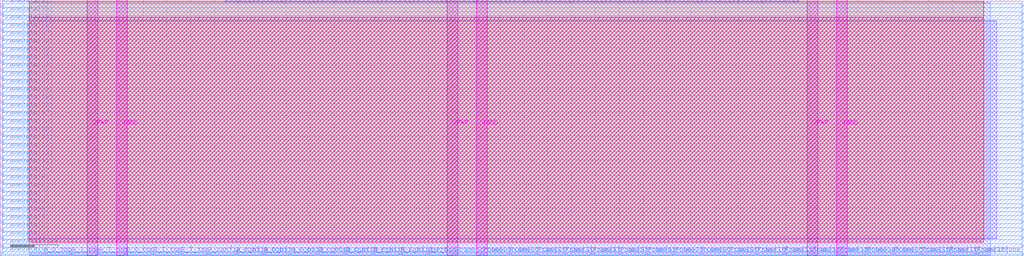
<source format=lef>
VERSION 5.7 ;
  NOWIREEXTENSIONATPIN ON ;
  DIVIDERCHAR "/" ;
  BUSBITCHARS "[]" ;
MACRO S_IO
  CLASS BLOCK ;
  FOREIGN S_IO ;
  ORIGIN 0.000 0.000 ;
  SIZE 215.040 BY 53.760 ;
  PIN A_I_top
    DIRECTION OUTPUT ;
    USE SIGNAL ;
    ANTENNADIFFAREA 0.677200 ;
    PORT
      LAYER Metal2 ;
        RECT 14.680 0.000 15.080 0.400 ;
    END
  END A_I_top
  PIN A_O_top
    DIRECTION INPUT ;
    USE SIGNAL ;
    ANTENNAGATEAREA 1.614600 ;
    PORT
      LAYER Metal2 ;
        RECT 8.920 0.000 9.320 0.400 ;
    END
  END A_O_top
  PIN A_T_top
    DIRECTION OUTPUT ;
    USE SIGNAL ;
    ANTENNADIFFAREA 0.677200 ;
    PORT
      LAYER Metal2 ;
        RECT 20.440 0.000 20.840 0.400 ;
    END
  END A_T_top
  PIN A_config_C_bit0
    DIRECTION OUTPUT ;
    USE SIGNAL ;
    ANTENNADIFFAREA 0.632400 ;
    PORT
      LAYER Metal2 ;
        RECT 43.480 0.000 43.880 0.400 ;
    END
  END A_config_C_bit0
  PIN A_config_C_bit1
    DIRECTION OUTPUT ;
    USE SIGNAL ;
    ANTENNADIFFAREA 0.632400 ;
    PORT
      LAYER Metal2 ;
        RECT 49.240 0.000 49.640 0.400 ;
    END
  END A_config_C_bit1
  PIN A_config_C_bit2
    DIRECTION OUTPUT ;
    USE SIGNAL ;
    ANTENNADIFFAREA 0.632400 ;
    PORT
      LAYER Metal2 ;
        RECT 55.000 0.000 55.400 0.400 ;
    END
  END A_config_C_bit2
  PIN A_config_C_bit3
    DIRECTION OUTPUT ;
    USE SIGNAL ;
    ANTENNADIFFAREA 0.632400 ;
    PORT
      LAYER Metal2 ;
        RECT 60.760 0.000 61.160 0.400 ;
    END
  END A_config_C_bit3
  PIN B_I_top
    DIRECTION OUTPUT ;
    USE SIGNAL ;
    ANTENNADIFFAREA 0.677200 ;
    PORT
      LAYER Metal2 ;
        RECT 31.960 0.000 32.360 0.400 ;
    END
  END B_I_top
  PIN B_O_top
    DIRECTION INPUT ;
    USE SIGNAL ;
    ANTENNAGATEAREA 1.614600 ;
    PORT
      LAYER Metal2 ;
        RECT 26.200 0.000 26.600 0.400 ;
    END
  END B_O_top
  PIN B_T_top
    DIRECTION OUTPUT ;
    USE SIGNAL ;
    ANTENNADIFFAREA 0.677200 ;
    PORT
      LAYER Metal2 ;
        RECT 37.720 0.000 38.120 0.400 ;
    END
  END B_T_top
  PIN B_config_C_bit0
    DIRECTION OUTPUT ;
    USE SIGNAL ;
    ANTENNADIFFAREA 0.632400 ;
    PORT
      LAYER Metal2 ;
        RECT 66.520 0.000 66.920 0.400 ;
    END
  END B_config_C_bit0
  PIN B_config_C_bit1
    DIRECTION OUTPUT ;
    USE SIGNAL ;
    ANTENNADIFFAREA 0.632400 ;
    PORT
      LAYER Metal2 ;
        RECT 72.280 0.000 72.680 0.400 ;
    END
  END B_config_C_bit1
  PIN B_config_C_bit2
    DIRECTION OUTPUT ;
    USE SIGNAL ;
    ANTENNADIFFAREA 0.632400 ;
    PORT
      LAYER Metal2 ;
        RECT 78.040 0.000 78.440 0.400 ;
    END
  END B_config_C_bit2
  PIN B_config_C_bit3
    DIRECTION OUTPUT ;
    USE SIGNAL ;
    ANTENNADIFFAREA 0.632400 ;
    PORT
      LAYER Metal2 ;
        RECT 83.800 0.000 84.200 0.400 ;
    END
  END B_config_C_bit3
  PIN Co
    DIRECTION OUTPUT ;
    USE SIGNAL ;
    ANTENNADIFFAREA 0.299200 ;
    PORT
      LAYER Metal2 ;
        RECT 97.240 53.360 97.640 53.760 ;
    END
  END Co
  PIN FrameData[0]
    DIRECTION INPUT ;
    USE SIGNAL ;
    ANTENNAGATEAREA 0.722800 ;
    PORT
      LAYER Metal3 ;
        RECT 0.000 0.220 0.400 0.620 ;
    END
  END FrameData[0]
  PIN FrameData[10]
    DIRECTION INPUT ;
    USE SIGNAL ;
    ANTENNAGATEAREA 0.903500 ;
    PORT
      LAYER Metal3 ;
        RECT 0.000 17.020 0.400 17.420 ;
    END
  END FrameData[10]
  PIN FrameData[11]
    DIRECTION INPUT ;
    USE SIGNAL ;
    ANTENNAGATEAREA 0.903500 ;
    PORT
      LAYER Metal3 ;
        RECT 0.000 18.700 0.400 19.100 ;
    END
  END FrameData[11]
  PIN FrameData[12]
    DIRECTION INPUT ;
    USE SIGNAL ;
    ANTENNAGATEAREA 0.903500 ;
    PORT
      LAYER Metal3 ;
        RECT 0.000 20.380 0.400 20.780 ;
    END
  END FrameData[12]
  PIN FrameData[13]
    DIRECTION INPUT ;
    USE SIGNAL ;
    ANTENNAGATEAREA 0.903500 ;
    PORT
      LAYER Metal3 ;
        RECT 0.000 22.060 0.400 22.460 ;
    END
  END FrameData[13]
  PIN FrameData[14]
    DIRECTION INPUT ;
    USE SIGNAL ;
    ANTENNAGATEAREA 0.903500 ;
    PORT
      LAYER Metal3 ;
        RECT 0.000 23.740 0.400 24.140 ;
    END
  END FrameData[14]
  PIN FrameData[15]
    DIRECTION INPUT ;
    USE SIGNAL ;
    ANTENNAGATEAREA 0.903500 ;
    PORT
      LAYER Metal3 ;
        RECT 0.000 25.420 0.400 25.820 ;
    END
  END FrameData[15]
  PIN FrameData[16]
    DIRECTION INPUT ;
    USE SIGNAL ;
    ANTENNAGATEAREA 0.903500 ;
    PORT
      LAYER Metal3 ;
        RECT 0.000 27.100 0.400 27.500 ;
    END
  END FrameData[16]
  PIN FrameData[17]
    DIRECTION INPUT ;
    USE SIGNAL ;
    ANTENNAGATEAREA 0.903500 ;
    PORT
      LAYER Metal3 ;
        RECT 0.000 28.780 0.400 29.180 ;
    END
  END FrameData[17]
  PIN FrameData[18]
    DIRECTION INPUT ;
    USE SIGNAL ;
    ANTENNAGATEAREA 0.903500 ;
    PORT
      LAYER Metal3 ;
        RECT 0.000 30.460 0.400 30.860 ;
    END
  END FrameData[18]
  PIN FrameData[19]
    DIRECTION INPUT ;
    USE SIGNAL ;
    ANTENNAGATEAREA 0.903500 ;
    PORT
      LAYER Metal3 ;
        RECT 0.000 32.140 0.400 32.540 ;
    END
  END FrameData[19]
  PIN FrameData[1]
    DIRECTION INPUT ;
    USE SIGNAL ;
    ANTENNAGATEAREA 0.722800 ;
    PORT
      LAYER Metal3 ;
        RECT 0.000 1.900 0.400 2.300 ;
    END
  END FrameData[1]
  PIN FrameData[20]
    DIRECTION INPUT ;
    USE SIGNAL ;
    ANTENNAGATEAREA 0.903500 ;
    PORT
      LAYER Metal3 ;
        RECT 0.000 33.820 0.400 34.220 ;
    END
  END FrameData[20]
  PIN FrameData[21]
    DIRECTION INPUT ;
    USE SIGNAL ;
    ANTENNAGATEAREA 0.903500 ;
    PORT
      LAYER Metal3 ;
        RECT 0.000 35.500 0.400 35.900 ;
    END
  END FrameData[21]
  PIN FrameData[22]
    DIRECTION INPUT ;
    USE SIGNAL ;
    ANTENNAGATEAREA 0.903500 ;
    PORT
      LAYER Metal3 ;
        RECT 0.000 37.180 0.400 37.580 ;
    END
  END FrameData[22]
  PIN FrameData[23]
    DIRECTION INPUT ;
    USE SIGNAL ;
    ANTENNAGATEAREA 0.903500 ;
    PORT
      LAYER Metal3 ;
        RECT 0.000 38.860 0.400 39.260 ;
    END
  END FrameData[23]
  PIN FrameData[24]
    DIRECTION INPUT ;
    USE SIGNAL ;
    ANTENNAGATEAREA 0.903500 ;
    PORT
      LAYER Metal3 ;
        RECT 0.000 40.540 0.400 40.940 ;
    END
  END FrameData[24]
  PIN FrameData[25]
    DIRECTION INPUT ;
    USE SIGNAL ;
    ANTENNAGATEAREA 0.903500 ;
    PORT
      LAYER Metal3 ;
        RECT 0.000 42.220 0.400 42.620 ;
    END
  END FrameData[25]
  PIN FrameData[26]
    DIRECTION INPUT ;
    USE SIGNAL ;
    ANTENNAGATEAREA 0.903500 ;
    PORT
      LAYER Metal3 ;
        RECT 0.000 43.900 0.400 44.300 ;
    END
  END FrameData[26]
  PIN FrameData[27]
    DIRECTION INPUT ;
    USE SIGNAL ;
    ANTENNAGATEAREA 0.903500 ;
    PORT
      LAYER Metal3 ;
        RECT 0.000 45.580 0.400 45.980 ;
    END
  END FrameData[27]
  PIN FrameData[28]
    DIRECTION INPUT ;
    USE SIGNAL ;
    ANTENNAGATEAREA 0.903500 ;
    PORT
      LAYER Metal3 ;
        RECT 0.000 47.260 0.400 47.660 ;
    END
  END FrameData[28]
  PIN FrameData[29]
    DIRECTION INPUT ;
    USE SIGNAL ;
    ANTENNAGATEAREA 0.903500 ;
    PORT
      LAYER Metal3 ;
        RECT 0.000 48.940 0.400 49.340 ;
    END
  END FrameData[29]
  PIN FrameData[2]
    DIRECTION INPUT ;
    USE SIGNAL ;
    ANTENNAGATEAREA 0.722800 ;
    PORT
      LAYER Metal3 ;
        RECT 0.000 3.580 0.400 3.980 ;
    END
  END FrameData[2]
  PIN FrameData[30]
    DIRECTION INPUT ;
    USE SIGNAL ;
    ANTENNAGATEAREA 0.903500 ;
    PORT
      LAYER Metal3 ;
        RECT 0.000 50.620 0.400 51.020 ;
    END
  END FrameData[30]
  PIN FrameData[31]
    DIRECTION INPUT ;
    USE SIGNAL ;
    ANTENNAGATEAREA 0.903500 ;
    PORT
      LAYER Metal3 ;
        RECT 0.000 52.300 0.400 52.700 ;
    END
  END FrameData[31]
  PIN FrameData[3]
    DIRECTION INPUT ;
    USE SIGNAL ;
    ANTENNAGATEAREA 0.722800 ;
    PORT
      LAYER Metal3 ;
        RECT 0.000 5.260 0.400 5.660 ;
    END
  END FrameData[3]
  PIN FrameData[4]
    DIRECTION INPUT ;
    USE SIGNAL ;
    ANTENNAGATEAREA 0.722800 ;
    PORT
      LAYER Metal3 ;
        RECT 0.000 6.940 0.400 7.340 ;
    END
  END FrameData[4]
  PIN FrameData[5]
    DIRECTION INPUT ;
    USE SIGNAL ;
    ANTENNAGATEAREA 0.722800 ;
    PORT
      LAYER Metal3 ;
        RECT 0.000 8.620 0.400 9.020 ;
    END
  END FrameData[5]
  PIN FrameData[6]
    DIRECTION INPUT ;
    USE SIGNAL ;
    ANTENNAGATEAREA 0.903500 ;
    PORT
      LAYER Metal3 ;
        RECT 0.000 10.300 0.400 10.700 ;
    END
  END FrameData[6]
  PIN FrameData[7]
    DIRECTION INPUT ;
    USE SIGNAL ;
    ANTENNAGATEAREA 0.903500 ;
    PORT
      LAYER Metal3 ;
        RECT 0.000 11.980 0.400 12.380 ;
    END
  END FrameData[7]
  PIN FrameData[8]
    DIRECTION INPUT ;
    USE SIGNAL ;
    ANTENNAGATEAREA 0.903500 ;
    PORT
      LAYER Metal3 ;
        RECT 0.000 13.660 0.400 14.060 ;
    END
  END FrameData[8]
  PIN FrameData[9]
    DIRECTION INPUT ;
    USE SIGNAL ;
    ANTENNAGATEAREA 0.903500 ;
    PORT
      LAYER Metal3 ;
        RECT 0.000 15.340 0.400 15.740 ;
    END
  END FrameData[9]
  PIN FrameData_O[0]
    DIRECTION OUTPUT ;
    USE SIGNAL ;
    ANTENNADIFFAREA 0.708600 ;
    PORT
      LAYER Metal3 ;
        RECT 214.640 0.220 215.040 0.620 ;
    END
  END FrameData_O[0]
  PIN FrameData_O[10]
    DIRECTION OUTPUT ;
    USE SIGNAL ;
    ANTENNADIFFAREA 0.708600 ;
    PORT
      LAYER Metal3 ;
        RECT 214.640 17.020 215.040 17.420 ;
    END
  END FrameData_O[10]
  PIN FrameData_O[11]
    DIRECTION OUTPUT ;
    USE SIGNAL ;
    ANTENNADIFFAREA 0.708600 ;
    PORT
      LAYER Metal3 ;
        RECT 214.640 18.700 215.040 19.100 ;
    END
  END FrameData_O[11]
  PIN FrameData_O[12]
    DIRECTION OUTPUT ;
    USE SIGNAL ;
    ANTENNADIFFAREA 0.708600 ;
    PORT
      LAYER Metal3 ;
        RECT 214.640 20.380 215.040 20.780 ;
    END
  END FrameData_O[12]
  PIN FrameData_O[13]
    DIRECTION OUTPUT ;
    USE SIGNAL ;
    ANTENNADIFFAREA 0.708600 ;
    PORT
      LAYER Metal3 ;
        RECT 214.640 22.060 215.040 22.460 ;
    END
  END FrameData_O[13]
  PIN FrameData_O[14]
    DIRECTION OUTPUT ;
    USE SIGNAL ;
    ANTENNADIFFAREA 0.708600 ;
    PORT
      LAYER Metal3 ;
        RECT 214.640 23.740 215.040 24.140 ;
    END
  END FrameData_O[14]
  PIN FrameData_O[15]
    DIRECTION OUTPUT ;
    USE SIGNAL ;
    ANTENNADIFFAREA 0.708600 ;
    PORT
      LAYER Metal3 ;
        RECT 214.640 25.420 215.040 25.820 ;
    END
  END FrameData_O[15]
  PIN FrameData_O[16]
    DIRECTION OUTPUT ;
    USE SIGNAL ;
    ANTENNADIFFAREA 0.708600 ;
    PORT
      LAYER Metal3 ;
        RECT 214.640 27.100 215.040 27.500 ;
    END
  END FrameData_O[16]
  PIN FrameData_O[17]
    DIRECTION OUTPUT ;
    USE SIGNAL ;
    ANTENNADIFFAREA 0.708600 ;
    PORT
      LAYER Metal3 ;
        RECT 214.640 28.780 215.040 29.180 ;
    END
  END FrameData_O[17]
  PIN FrameData_O[18]
    DIRECTION OUTPUT ;
    USE SIGNAL ;
    ANTENNADIFFAREA 0.708600 ;
    PORT
      LAYER Metal3 ;
        RECT 214.640 30.460 215.040 30.860 ;
    END
  END FrameData_O[18]
  PIN FrameData_O[19]
    DIRECTION OUTPUT ;
    USE SIGNAL ;
    ANTENNADIFFAREA 0.708600 ;
    PORT
      LAYER Metal3 ;
        RECT 214.640 32.140 215.040 32.540 ;
    END
  END FrameData_O[19]
  PIN FrameData_O[1]
    DIRECTION OUTPUT ;
    USE SIGNAL ;
    ANTENNADIFFAREA 0.708600 ;
    PORT
      LAYER Metal3 ;
        RECT 214.640 1.900 215.040 2.300 ;
    END
  END FrameData_O[1]
  PIN FrameData_O[20]
    DIRECTION OUTPUT ;
    USE SIGNAL ;
    ANTENNADIFFAREA 0.708600 ;
    PORT
      LAYER Metal3 ;
        RECT 214.640 33.820 215.040 34.220 ;
    END
  END FrameData_O[20]
  PIN FrameData_O[21]
    DIRECTION OUTPUT ;
    USE SIGNAL ;
    ANTENNADIFFAREA 0.708600 ;
    PORT
      LAYER Metal3 ;
        RECT 214.640 35.500 215.040 35.900 ;
    END
  END FrameData_O[21]
  PIN FrameData_O[22]
    DIRECTION OUTPUT ;
    USE SIGNAL ;
    ANTENNADIFFAREA 0.708600 ;
    PORT
      LAYER Metal3 ;
        RECT 214.640 37.180 215.040 37.580 ;
    END
  END FrameData_O[22]
  PIN FrameData_O[23]
    DIRECTION OUTPUT ;
    USE SIGNAL ;
    ANTENNADIFFAREA 0.708600 ;
    PORT
      LAYER Metal3 ;
        RECT 214.640 38.860 215.040 39.260 ;
    END
  END FrameData_O[23]
  PIN FrameData_O[24]
    DIRECTION OUTPUT ;
    USE SIGNAL ;
    ANTENNADIFFAREA 0.708600 ;
    PORT
      LAYER Metal3 ;
        RECT 214.640 40.540 215.040 40.940 ;
    END
  END FrameData_O[24]
  PIN FrameData_O[25]
    DIRECTION OUTPUT ;
    USE SIGNAL ;
    ANTENNADIFFAREA 0.708600 ;
    PORT
      LAYER Metal3 ;
        RECT 214.640 42.220 215.040 42.620 ;
    END
  END FrameData_O[25]
  PIN FrameData_O[26]
    DIRECTION OUTPUT ;
    USE SIGNAL ;
    ANTENNADIFFAREA 0.708600 ;
    PORT
      LAYER Metal3 ;
        RECT 214.640 43.900 215.040 44.300 ;
    END
  END FrameData_O[26]
  PIN FrameData_O[27]
    DIRECTION OUTPUT ;
    USE SIGNAL ;
    ANTENNADIFFAREA 0.708600 ;
    PORT
      LAYER Metal3 ;
        RECT 214.640 45.580 215.040 45.980 ;
    END
  END FrameData_O[27]
  PIN FrameData_O[28]
    DIRECTION OUTPUT ;
    USE SIGNAL ;
    ANTENNADIFFAREA 0.708600 ;
    PORT
      LAYER Metal3 ;
        RECT 214.640 47.260 215.040 47.660 ;
    END
  END FrameData_O[28]
  PIN FrameData_O[29]
    DIRECTION OUTPUT ;
    USE SIGNAL ;
    ANTENNADIFFAREA 0.708600 ;
    PORT
      LAYER Metal3 ;
        RECT 214.640 48.940 215.040 49.340 ;
    END
  END FrameData_O[29]
  PIN FrameData_O[2]
    DIRECTION OUTPUT ;
    USE SIGNAL ;
    ANTENNADIFFAREA 0.708600 ;
    PORT
      LAYER Metal3 ;
        RECT 214.640 3.580 215.040 3.980 ;
    END
  END FrameData_O[2]
  PIN FrameData_O[30]
    DIRECTION OUTPUT ;
    USE SIGNAL ;
    ANTENNADIFFAREA 0.708600 ;
    PORT
      LAYER Metal3 ;
        RECT 214.640 50.620 215.040 51.020 ;
    END
  END FrameData_O[30]
  PIN FrameData_O[31]
    DIRECTION OUTPUT ;
    USE SIGNAL ;
    ANTENNADIFFAREA 0.708600 ;
    PORT
      LAYER Metal3 ;
        RECT 214.640 52.300 215.040 52.700 ;
    END
  END FrameData_O[31]
  PIN FrameData_O[3]
    DIRECTION OUTPUT ;
    USE SIGNAL ;
    ANTENNADIFFAREA 0.708600 ;
    PORT
      LAYER Metal3 ;
        RECT 214.640 5.260 215.040 5.660 ;
    END
  END FrameData_O[3]
  PIN FrameData_O[4]
    DIRECTION OUTPUT ;
    USE SIGNAL ;
    ANTENNADIFFAREA 0.708600 ;
    PORT
      LAYER Metal3 ;
        RECT 214.640 6.940 215.040 7.340 ;
    END
  END FrameData_O[4]
  PIN FrameData_O[5]
    DIRECTION OUTPUT ;
    USE SIGNAL ;
    ANTENNADIFFAREA 0.708600 ;
    PORT
      LAYER Metal3 ;
        RECT 214.640 8.620 215.040 9.020 ;
    END
  END FrameData_O[5]
  PIN FrameData_O[6]
    DIRECTION OUTPUT ;
    USE SIGNAL ;
    ANTENNADIFFAREA 0.708600 ;
    PORT
      LAYER Metal3 ;
        RECT 214.640 10.300 215.040 10.700 ;
    END
  END FrameData_O[6]
  PIN FrameData_O[7]
    DIRECTION OUTPUT ;
    USE SIGNAL ;
    ANTENNADIFFAREA 0.708600 ;
    PORT
      LAYER Metal3 ;
        RECT 214.640 11.980 215.040 12.380 ;
    END
  END FrameData_O[7]
  PIN FrameData_O[8]
    DIRECTION OUTPUT ;
    USE SIGNAL ;
    ANTENNADIFFAREA 0.708600 ;
    PORT
      LAYER Metal3 ;
        RECT 214.640 13.660 215.040 14.060 ;
    END
  END FrameData_O[8]
  PIN FrameData_O[9]
    DIRECTION OUTPUT ;
    USE SIGNAL ;
    ANTENNADIFFAREA 0.708600 ;
    PORT
      LAYER Metal3 ;
        RECT 214.640 15.340 215.040 15.740 ;
    END
  END FrameData_O[9]
  PIN FrameStrobe[0]
    DIRECTION INPUT ;
    USE SIGNAL ;
    ANTENNAGATEAREA 6.753500 ;
    PORT
      LAYER Metal2 ;
        RECT 95.320 0.000 95.720 0.400 ;
    END
  END FrameStrobe[0]
  PIN FrameStrobe[10]
    DIRECTION INPUT ;
    USE SIGNAL ;
    ANTENNAGATEAREA 0.180700 ;
    PORT
      LAYER Metal2 ;
        RECT 152.920 0.000 153.320 0.400 ;
    END
  END FrameStrobe[10]
  PIN FrameStrobe[11]
    DIRECTION INPUT ;
    USE SIGNAL ;
    ANTENNAGATEAREA 0.180700 ;
    PORT
      LAYER Metal2 ;
        RECT 158.680 0.000 159.080 0.400 ;
    END
  END FrameStrobe[11]
  PIN FrameStrobe[12]
    DIRECTION INPUT ;
    USE SIGNAL ;
    ANTENNAGATEAREA 0.180700 ;
    PORT
      LAYER Metal2 ;
        RECT 164.440 0.000 164.840 0.400 ;
    END
  END FrameStrobe[12]
  PIN FrameStrobe[13]
    DIRECTION INPUT ;
    USE SIGNAL ;
    ANTENNAGATEAREA 0.180700 ;
    PORT
      LAYER Metal2 ;
        RECT 170.200 0.000 170.600 0.400 ;
    END
  END FrameStrobe[13]
  PIN FrameStrobe[14]
    DIRECTION INPUT ;
    USE SIGNAL ;
    ANTENNAGATEAREA 0.180700 ;
    PORT
      LAYER Metal2 ;
        RECT 175.960 0.000 176.360 0.400 ;
    END
  END FrameStrobe[14]
  PIN FrameStrobe[15]
    DIRECTION INPUT ;
    USE SIGNAL ;
    ANTENNAGATEAREA 0.180700 ;
    PORT
      LAYER Metal2 ;
        RECT 181.720 0.000 182.120 0.400 ;
    END
  END FrameStrobe[15]
  PIN FrameStrobe[16]
    DIRECTION INPUT ;
    USE SIGNAL ;
    ANTENNAGATEAREA 0.180700 ;
    PORT
      LAYER Metal2 ;
        RECT 187.480 0.000 187.880 0.400 ;
    END
  END FrameStrobe[16]
  PIN FrameStrobe[17]
    DIRECTION INPUT ;
    USE SIGNAL ;
    ANTENNAGATEAREA 0.180700 ;
    PORT
      LAYER Metal2 ;
        RECT 193.240 0.000 193.640 0.400 ;
    END
  END FrameStrobe[17]
  PIN FrameStrobe[18]
    DIRECTION INPUT ;
    USE SIGNAL ;
    ANTENNAGATEAREA 0.180700 ;
    PORT
      LAYER Metal2 ;
        RECT 199.000 0.000 199.400 0.400 ;
    END
  END FrameStrobe[18]
  PIN FrameStrobe[19]
    DIRECTION INPUT ;
    USE SIGNAL ;
    ANTENNAGATEAREA 0.180700 ;
    PORT
      LAYER Metal2 ;
        RECT 204.760 0.000 205.160 0.400 ;
    END
  END FrameStrobe[19]
  PIN FrameStrobe[1]
    DIRECTION INPUT ;
    USE SIGNAL ;
    ANTENNAGATEAREA 6.753500 ;
    PORT
      LAYER Metal2 ;
        RECT 101.080 0.000 101.480 0.400 ;
    END
  END FrameStrobe[1]
  PIN FrameStrobe[2]
    DIRECTION INPUT ;
    USE SIGNAL ;
    ANTENNAGATEAREA 6.753500 ;
    PORT
      LAYER Metal2 ;
        RECT 106.840 0.000 107.240 0.400 ;
    END
  END FrameStrobe[2]
  PIN FrameStrobe[3]
    DIRECTION INPUT ;
    USE SIGNAL ;
    ANTENNAGATEAREA 5.521100 ;
    PORT
      LAYER Metal2 ;
        RECT 112.600 0.000 113.000 0.400 ;
    END
  END FrameStrobe[3]
  PIN FrameStrobe[4]
    DIRECTION INPUT ;
    USE SIGNAL ;
    ANTENNAGATEAREA 0.180700 ;
    PORT
      LAYER Metal2 ;
        RECT 118.360 0.000 118.760 0.400 ;
    END
  END FrameStrobe[4]
  PIN FrameStrobe[5]
    DIRECTION INPUT ;
    USE SIGNAL ;
    ANTENNAGATEAREA 0.180700 ;
    PORT
      LAYER Metal2 ;
        RECT 124.120 0.000 124.520 0.400 ;
    END
  END FrameStrobe[5]
  PIN FrameStrobe[6]
    DIRECTION INPUT ;
    USE SIGNAL ;
    ANTENNAGATEAREA 0.180700 ;
    PORT
      LAYER Metal2 ;
        RECT 129.880 0.000 130.280 0.400 ;
    END
  END FrameStrobe[6]
  PIN FrameStrobe[7]
    DIRECTION INPUT ;
    USE SIGNAL ;
    ANTENNAGATEAREA 0.180700 ;
    PORT
      LAYER Metal2 ;
        RECT 135.640 0.000 136.040 0.400 ;
    END
  END FrameStrobe[7]
  PIN FrameStrobe[8]
    DIRECTION INPUT ;
    USE SIGNAL ;
    ANTENNAGATEAREA 0.180700 ;
    PORT
      LAYER Metal2 ;
        RECT 141.400 0.000 141.800 0.400 ;
    END
  END FrameStrobe[8]
  PIN FrameStrobe[9]
    DIRECTION INPUT ;
    USE SIGNAL ;
    ANTENNAGATEAREA 0.180700 ;
    PORT
      LAYER Metal2 ;
        RECT 147.160 0.000 147.560 0.400 ;
    END
  END FrameStrobe[9]
  PIN FrameStrobe_O[0]
    DIRECTION OUTPUT ;
    USE SIGNAL ;
    ANTENNADIFFAREA 0.708600 ;
    PORT
      LAYER Metal2 ;
        RECT 149.080 53.360 149.480 53.760 ;
    END
  END FrameStrobe_O[0]
  PIN FrameStrobe_O[10]
    DIRECTION OUTPUT ;
    USE SIGNAL ;
    ANTENNADIFFAREA 0.708600 ;
    PORT
      LAYER Metal2 ;
        RECT 158.680 53.360 159.080 53.760 ;
    END
  END FrameStrobe_O[10]
  PIN FrameStrobe_O[11]
    DIRECTION OUTPUT ;
    USE SIGNAL ;
    ANTENNADIFFAREA 0.708600 ;
    PORT
      LAYER Metal2 ;
        RECT 159.640 53.360 160.040 53.760 ;
    END
  END FrameStrobe_O[11]
  PIN FrameStrobe_O[12]
    DIRECTION OUTPUT ;
    USE SIGNAL ;
    ANTENNADIFFAREA 0.708600 ;
    PORT
      LAYER Metal2 ;
        RECT 160.600 53.360 161.000 53.760 ;
    END
  END FrameStrobe_O[12]
  PIN FrameStrobe_O[13]
    DIRECTION OUTPUT ;
    USE SIGNAL ;
    ANTENNADIFFAREA 0.708600 ;
    PORT
      LAYER Metal2 ;
        RECT 161.560 53.360 161.960 53.760 ;
    END
  END FrameStrobe_O[13]
  PIN FrameStrobe_O[14]
    DIRECTION OUTPUT ;
    USE SIGNAL ;
    ANTENNADIFFAREA 0.708600 ;
    PORT
      LAYER Metal2 ;
        RECT 162.520 53.360 162.920 53.760 ;
    END
  END FrameStrobe_O[14]
  PIN FrameStrobe_O[15]
    DIRECTION OUTPUT ;
    USE SIGNAL ;
    ANTENNADIFFAREA 0.708600 ;
    PORT
      LAYER Metal2 ;
        RECT 163.480 53.360 163.880 53.760 ;
    END
  END FrameStrobe_O[15]
  PIN FrameStrobe_O[16]
    DIRECTION OUTPUT ;
    USE SIGNAL ;
    ANTENNADIFFAREA 0.708600 ;
    PORT
      LAYER Metal2 ;
        RECT 164.440 53.360 164.840 53.760 ;
    END
  END FrameStrobe_O[16]
  PIN FrameStrobe_O[17]
    DIRECTION OUTPUT ;
    USE SIGNAL ;
    ANTENNADIFFAREA 0.708600 ;
    PORT
      LAYER Metal2 ;
        RECT 165.400 53.360 165.800 53.760 ;
    END
  END FrameStrobe_O[17]
  PIN FrameStrobe_O[18]
    DIRECTION OUTPUT ;
    USE SIGNAL ;
    ANTENNADIFFAREA 0.708600 ;
    PORT
      LAYER Metal2 ;
        RECT 166.360 53.360 166.760 53.760 ;
    END
  END FrameStrobe_O[18]
  PIN FrameStrobe_O[19]
    DIRECTION OUTPUT ;
    USE SIGNAL ;
    ANTENNADIFFAREA 0.708600 ;
    PORT
      LAYER Metal2 ;
        RECT 167.320 53.360 167.720 53.760 ;
    END
  END FrameStrobe_O[19]
  PIN FrameStrobe_O[1]
    DIRECTION OUTPUT ;
    USE SIGNAL ;
    ANTENNADIFFAREA 0.708600 ;
    PORT
      LAYER Metal2 ;
        RECT 150.040 53.360 150.440 53.760 ;
    END
  END FrameStrobe_O[1]
  PIN FrameStrobe_O[2]
    DIRECTION OUTPUT ;
    USE SIGNAL ;
    ANTENNADIFFAREA 0.708600 ;
    PORT
      LAYER Metal2 ;
        RECT 151.000 53.360 151.400 53.760 ;
    END
  END FrameStrobe_O[2]
  PIN FrameStrobe_O[3]
    DIRECTION OUTPUT ;
    USE SIGNAL ;
    ANTENNADIFFAREA 0.708600 ;
    PORT
      LAYER Metal2 ;
        RECT 151.960 53.360 152.360 53.760 ;
    END
  END FrameStrobe_O[3]
  PIN FrameStrobe_O[4]
    DIRECTION OUTPUT ;
    USE SIGNAL ;
    ANTENNADIFFAREA 0.708600 ;
    PORT
      LAYER Metal2 ;
        RECT 152.920 53.360 153.320 53.760 ;
    END
  END FrameStrobe_O[4]
  PIN FrameStrobe_O[5]
    DIRECTION OUTPUT ;
    USE SIGNAL ;
    ANTENNADIFFAREA 0.708600 ;
    PORT
      LAYER Metal2 ;
        RECT 153.880 53.360 154.280 53.760 ;
    END
  END FrameStrobe_O[5]
  PIN FrameStrobe_O[6]
    DIRECTION OUTPUT ;
    USE SIGNAL ;
    ANTENNADIFFAREA 0.708600 ;
    PORT
      LAYER Metal2 ;
        RECT 154.840 53.360 155.240 53.760 ;
    END
  END FrameStrobe_O[6]
  PIN FrameStrobe_O[7]
    DIRECTION OUTPUT ;
    USE SIGNAL ;
    ANTENNADIFFAREA 0.708600 ;
    PORT
      LAYER Metal2 ;
        RECT 155.800 53.360 156.200 53.760 ;
    END
  END FrameStrobe_O[7]
  PIN FrameStrobe_O[8]
    DIRECTION OUTPUT ;
    USE SIGNAL ;
    ANTENNADIFFAREA 0.708600 ;
    PORT
      LAYER Metal2 ;
        RECT 156.760 53.360 157.160 53.760 ;
    END
  END FrameStrobe_O[8]
  PIN FrameStrobe_O[9]
    DIRECTION OUTPUT ;
    USE SIGNAL ;
    ANTENNADIFFAREA 0.708600 ;
    PORT
      LAYER Metal2 ;
        RECT 157.720 53.360 158.120 53.760 ;
    END
  END FrameStrobe_O[9]
  PIN N1BEG[0]
    DIRECTION OUTPUT ;
    USE SIGNAL ;
    ANTENNADIFFAREA 0.708600 ;
    PORT
      LAYER Metal2 ;
        RECT 47.320 53.360 47.720 53.760 ;
    END
  END N1BEG[0]
  PIN N1BEG[1]
    DIRECTION OUTPUT ;
    USE SIGNAL ;
    ANTENNADIFFAREA 0.708600 ;
    PORT
      LAYER Metal2 ;
        RECT 48.280 53.360 48.680 53.760 ;
    END
  END N1BEG[1]
  PIN N1BEG[2]
    DIRECTION OUTPUT ;
    USE SIGNAL ;
    ANTENNADIFFAREA 0.708600 ;
    PORT
      LAYER Metal2 ;
        RECT 49.240 53.360 49.640 53.760 ;
    END
  END N1BEG[2]
  PIN N1BEG[3]
    DIRECTION OUTPUT ;
    USE SIGNAL ;
    ANTENNADIFFAREA 0.708600 ;
    PORT
      LAYER Metal2 ;
        RECT 50.200 53.360 50.600 53.760 ;
    END
  END N1BEG[3]
  PIN N2BEG[0]
    DIRECTION OUTPUT ;
    USE SIGNAL ;
    ANTENNADIFFAREA 0.708600 ;
    PORT
      LAYER Metal2 ;
        RECT 51.160 53.360 51.560 53.760 ;
    END
  END N2BEG[0]
  PIN N2BEG[1]
    DIRECTION OUTPUT ;
    USE SIGNAL ;
    ANTENNADIFFAREA 0.708600 ;
    PORT
      LAYER Metal2 ;
        RECT 52.120 53.360 52.520 53.760 ;
    END
  END N2BEG[1]
  PIN N2BEG[2]
    DIRECTION OUTPUT ;
    USE SIGNAL ;
    ANTENNADIFFAREA 0.708600 ;
    PORT
      LAYER Metal2 ;
        RECT 53.080 53.360 53.480 53.760 ;
    END
  END N2BEG[2]
  PIN N2BEG[3]
    DIRECTION OUTPUT ;
    USE SIGNAL ;
    ANTENNADIFFAREA 0.708600 ;
    PORT
      LAYER Metal2 ;
        RECT 54.040 53.360 54.440 53.760 ;
    END
  END N2BEG[3]
  PIN N2BEG[4]
    DIRECTION OUTPUT ;
    USE SIGNAL ;
    ANTENNADIFFAREA 0.708600 ;
    PORT
      LAYER Metal2 ;
        RECT 55.000 53.360 55.400 53.760 ;
    END
  END N2BEG[4]
  PIN N2BEG[5]
    DIRECTION OUTPUT ;
    USE SIGNAL ;
    ANTENNADIFFAREA 0.708600 ;
    PORT
      LAYER Metal2 ;
        RECT 55.960 53.360 56.360 53.760 ;
    END
  END N2BEG[5]
  PIN N2BEG[6]
    DIRECTION OUTPUT ;
    USE SIGNAL ;
    ANTENNADIFFAREA 0.708600 ;
    PORT
      LAYER Metal2 ;
        RECT 56.920 53.360 57.320 53.760 ;
    END
  END N2BEG[6]
  PIN N2BEG[7]
    DIRECTION OUTPUT ;
    USE SIGNAL ;
    ANTENNADIFFAREA 0.708600 ;
    PORT
      LAYER Metal2 ;
        RECT 57.880 53.360 58.280 53.760 ;
    END
  END N2BEG[7]
  PIN N2BEGb[0]
    DIRECTION OUTPUT ;
    USE SIGNAL ;
    ANTENNADIFFAREA 0.708600 ;
    PORT
      LAYER Metal2 ;
        RECT 58.840 53.360 59.240 53.760 ;
    END
  END N2BEGb[0]
  PIN N2BEGb[1]
    DIRECTION OUTPUT ;
    USE SIGNAL ;
    ANTENNADIFFAREA 0.708600 ;
    PORT
      LAYER Metal2 ;
        RECT 59.800 53.360 60.200 53.760 ;
    END
  END N2BEGb[1]
  PIN N2BEGb[2]
    DIRECTION OUTPUT ;
    USE SIGNAL ;
    ANTENNADIFFAREA 0.708600 ;
    PORT
      LAYER Metal2 ;
        RECT 60.760 53.360 61.160 53.760 ;
    END
  END N2BEGb[2]
  PIN N2BEGb[3]
    DIRECTION OUTPUT ;
    USE SIGNAL ;
    ANTENNADIFFAREA 0.708600 ;
    PORT
      LAYER Metal2 ;
        RECT 61.720 53.360 62.120 53.760 ;
    END
  END N2BEGb[3]
  PIN N2BEGb[4]
    DIRECTION OUTPUT ;
    USE SIGNAL ;
    ANTENNADIFFAREA 0.708600 ;
    PORT
      LAYER Metal2 ;
        RECT 62.680 53.360 63.080 53.760 ;
    END
  END N2BEGb[4]
  PIN N2BEGb[5]
    DIRECTION OUTPUT ;
    USE SIGNAL ;
    ANTENNADIFFAREA 0.708600 ;
    PORT
      LAYER Metal2 ;
        RECT 63.640 53.360 64.040 53.760 ;
    END
  END N2BEGb[5]
  PIN N2BEGb[6]
    DIRECTION OUTPUT ;
    USE SIGNAL ;
    ANTENNADIFFAREA 0.708600 ;
    PORT
      LAYER Metal2 ;
        RECT 64.600 53.360 65.000 53.760 ;
    END
  END N2BEGb[6]
  PIN N2BEGb[7]
    DIRECTION OUTPUT ;
    USE SIGNAL ;
    ANTENNADIFFAREA 0.708600 ;
    PORT
      LAYER Metal2 ;
        RECT 65.560 53.360 65.960 53.760 ;
    END
  END N2BEGb[7]
  PIN N4BEG[0]
    DIRECTION OUTPUT ;
    USE SIGNAL ;
    ANTENNADIFFAREA 0.708600 ;
    PORT
      LAYER Metal2 ;
        RECT 66.520 53.360 66.920 53.760 ;
    END
  END N4BEG[0]
  PIN N4BEG[10]
    DIRECTION OUTPUT ;
    USE SIGNAL ;
    ANTENNADIFFAREA 0.708600 ;
    PORT
      LAYER Metal2 ;
        RECT 76.120 53.360 76.520 53.760 ;
    END
  END N4BEG[10]
  PIN N4BEG[11]
    DIRECTION OUTPUT ;
    USE SIGNAL ;
    ANTENNADIFFAREA 0.708600 ;
    PORT
      LAYER Metal2 ;
        RECT 77.080 53.360 77.480 53.760 ;
    END
  END N4BEG[11]
  PIN N4BEG[12]
    DIRECTION OUTPUT ;
    USE SIGNAL ;
    ANTENNADIFFAREA 0.708600 ;
    PORT
      LAYER Metal2 ;
        RECT 78.040 53.360 78.440 53.760 ;
    END
  END N4BEG[12]
  PIN N4BEG[13]
    DIRECTION OUTPUT ;
    USE SIGNAL ;
    ANTENNADIFFAREA 0.708600 ;
    PORT
      LAYER Metal2 ;
        RECT 79.000 53.360 79.400 53.760 ;
    END
  END N4BEG[13]
  PIN N4BEG[14]
    DIRECTION OUTPUT ;
    USE SIGNAL ;
    ANTENNADIFFAREA 0.708600 ;
    PORT
      LAYER Metal2 ;
        RECT 79.960 53.360 80.360 53.760 ;
    END
  END N4BEG[14]
  PIN N4BEG[15]
    DIRECTION OUTPUT ;
    USE SIGNAL ;
    ANTENNADIFFAREA 0.708600 ;
    PORT
      LAYER Metal2 ;
        RECT 80.920 53.360 81.320 53.760 ;
    END
  END N4BEG[15]
  PIN N4BEG[1]
    DIRECTION OUTPUT ;
    USE SIGNAL ;
    ANTENNADIFFAREA 0.708600 ;
    PORT
      LAYER Metal2 ;
        RECT 67.480 53.360 67.880 53.760 ;
    END
  END N4BEG[1]
  PIN N4BEG[2]
    DIRECTION OUTPUT ;
    USE SIGNAL ;
    ANTENNADIFFAREA 0.708600 ;
    PORT
      LAYER Metal2 ;
        RECT 68.440 53.360 68.840 53.760 ;
    END
  END N4BEG[2]
  PIN N4BEG[3]
    DIRECTION OUTPUT ;
    USE SIGNAL ;
    ANTENNADIFFAREA 0.708600 ;
    PORT
      LAYER Metal2 ;
        RECT 69.400 53.360 69.800 53.760 ;
    END
  END N4BEG[3]
  PIN N4BEG[4]
    DIRECTION OUTPUT ;
    USE SIGNAL ;
    ANTENNADIFFAREA 0.708600 ;
    PORT
      LAYER Metal2 ;
        RECT 70.360 53.360 70.760 53.760 ;
    END
  END N4BEG[4]
  PIN N4BEG[5]
    DIRECTION OUTPUT ;
    USE SIGNAL ;
    ANTENNADIFFAREA 0.708600 ;
    PORT
      LAYER Metal2 ;
        RECT 71.320 53.360 71.720 53.760 ;
    END
  END N4BEG[5]
  PIN N4BEG[6]
    DIRECTION OUTPUT ;
    USE SIGNAL ;
    ANTENNADIFFAREA 0.708600 ;
    PORT
      LAYER Metal2 ;
        RECT 72.280 53.360 72.680 53.760 ;
    END
  END N4BEG[6]
  PIN N4BEG[7]
    DIRECTION OUTPUT ;
    USE SIGNAL ;
    ANTENNADIFFAREA 0.708600 ;
    PORT
      LAYER Metal2 ;
        RECT 73.240 53.360 73.640 53.760 ;
    END
  END N4BEG[7]
  PIN N4BEG[8]
    DIRECTION OUTPUT ;
    USE SIGNAL ;
    ANTENNADIFFAREA 0.708600 ;
    PORT
      LAYER Metal2 ;
        RECT 74.200 53.360 74.600 53.760 ;
    END
  END N4BEG[8]
  PIN N4BEG[9]
    DIRECTION OUTPUT ;
    USE SIGNAL ;
    ANTENNADIFFAREA 0.708600 ;
    PORT
      LAYER Metal2 ;
        RECT 75.160 53.360 75.560 53.760 ;
    END
  END N4BEG[9]
  PIN NN4BEG[0]
    DIRECTION OUTPUT ;
    USE SIGNAL ;
    ANTENNADIFFAREA 0.708600 ;
    PORT
      LAYER Metal2 ;
        RECT 81.880 53.360 82.280 53.760 ;
    END
  END NN4BEG[0]
  PIN NN4BEG[10]
    DIRECTION OUTPUT ;
    USE SIGNAL ;
    ANTENNADIFFAREA 0.708600 ;
    PORT
      LAYER Metal2 ;
        RECT 91.480 53.360 91.880 53.760 ;
    END
  END NN4BEG[10]
  PIN NN4BEG[11]
    DIRECTION OUTPUT ;
    USE SIGNAL ;
    ANTENNADIFFAREA 0.708600 ;
    PORT
      LAYER Metal2 ;
        RECT 92.440 53.360 92.840 53.760 ;
    END
  END NN4BEG[11]
  PIN NN4BEG[12]
    DIRECTION OUTPUT ;
    USE SIGNAL ;
    ANTENNADIFFAREA 0.708600 ;
    PORT
      LAYER Metal2 ;
        RECT 93.400 53.360 93.800 53.760 ;
    END
  END NN4BEG[12]
  PIN NN4BEG[13]
    DIRECTION OUTPUT ;
    USE SIGNAL ;
    ANTENNADIFFAREA 0.708600 ;
    PORT
      LAYER Metal2 ;
        RECT 94.360 53.360 94.760 53.760 ;
    END
  END NN4BEG[13]
  PIN NN4BEG[14]
    DIRECTION OUTPUT ;
    USE SIGNAL ;
    ANTENNADIFFAREA 0.708600 ;
    PORT
      LAYER Metal2 ;
        RECT 95.320 53.360 95.720 53.760 ;
    END
  END NN4BEG[14]
  PIN NN4BEG[15]
    DIRECTION OUTPUT ;
    USE SIGNAL ;
    ANTENNADIFFAREA 0.708600 ;
    PORT
      LAYER Metal2 ;
        RECT 96.280 53.360 96.680 53.760 ;
    END
  END NN4BEG[15]
  PIN NN4BEG[1]
    DIRECTION OUTPUT ;
    USE SIGNAL ;
    ANTENNADIFFAREA 0.708600 ;
    PORT
      LAYER Metal2 ;
        RECT 82.840 53.360 83.240 53.760 ;
    END
  END NN4BEG[1]
  PIN NN4BEG[2]
    DIRECTION OUTPUT ;
    USE SIGNAL ;
    ANTENNADIFFAREA 0.708600 ;
    PORT
      LAYER Metal2 ;
        RECT 83.800 53.360 84.200 53.760 ;
    END
  END NN4BEG[2]
  PIN NN4BEG[3]
    DIRECTION OUTPUT ;
    USE SIGNAL ;
    ANTENNADIFFAREA 0.708600 ;
    PORT
      LAYER Metal2 ;
        RECT 84.760 53.360 85.160 53.760 ;
    END
  END NN4BEG[3]
  PIN NN4BEG[4]
    DIRECTION OUTPUT ;
    USE SIGNAL ;
    ANTENNADIFFAREA 0.708600 ;
    PORT
      LAYER Metal2 ;
        RECT 85.720 53.360 86.120 53.760 ;
    END
  END NN4BEG[4]
  PIN NN4BEG[5]
    DIRECTION OUTPUT ;
    USE SIGNAL ;
    ANTENNADIFFAREA 0.708600 ;
    PORT
      LAYER Metal2 ;
        RECT 86.680 53.360 87.080 53.760 ;
    END
  END NN4BEG[5]
  PIN NN4BEG[6]
    DIRECTION OUTPUT ;
    USE SIGNAL ;
    ANTENNADIFFAREA 0.708600 ;
    PORT
      LAYER Metal2 ;
        RECT 87.640 53.360 88.040 53.760 ;
    END
  END NN4BEG[6]
  PIN NN4BEG[7]
    DIRECTION OUTPUT ;
    USE SIGNAL ;
    ANTENNADIFFAREA 0.708600 ;
    PORT
      LAYER Metal2 ;
        RECT 88.600 53.360 89.000 53.760 ;
    END
  END NN4BEG[7]
  PIN NN4BEG[8]
    DIRECTION OUTPUT ;
    USE SIGNAL ;
    ANTENNADIFFAREA 0.708600 ;
    PORT
      LAYER Metal2 ;
        RECT 89.560 53.360 89.960 53.760 ;
    END
  END NN4BEG[8]
  PIN NN4BEG[9]
    DIRECTION OUTPUT ;
    USE SIGNAL ;
    ANTENNADIFFAREA 0.708600 ;
    PORT
      LAYER Metal2 ;
        RECT 90.520 53.360 90.920 53.760 ;
    END
  END NN4BEG[9]
  PIN S1END[0]
    DIRECTION INPUT ;
    USE SIGNAL ;
    ANTENNAGATEAREA 0.652600 ;
    PORT
      LAYER Metal2 ;
        RECT 98.200 53.360 98.600 53.760 ;
    END
  END S1END[0]
  PIN S1END[1]
    DIRECTION INPUT ;
    USE SIGNAL ;
    ANTENNAGATEAREA 0.652600 ;
    PORT
      LAYER Metal2 ;
        RECT 99.160 53.360 99.560 53.760 ;
    END
  END S1END[1]
  PIN S1END[2]
    DIRECTION INPUT ;
    USE SIGNAL ;
    ANTENNAGATEAREA 0.652600 ;
    PORT
      LAYER Metal2 ;
        RECT 100.120 53.360 100.520 53.760 ;
    END
  END S1END[2]
  PIN S1END[3]
    DIRECTION INPUT ;
    USE SIGNAL ;
    ANTENNAGATEAREA 0.652600 ;
    PORT
      LAYER Metal2 ;
        RECT 101.080 53.360 101.480 53.760 ;
    END
  END S1END[3]
  PIN S2END[0]
    DIRECTION INPUT ;
    USE SIGNAL ;
    ANTENNAGATEAREA 1.242800 ;
    PORT
      LAYER Metal2 ;
        RECT 109.720 53.360 110.120 53.760 ;
    END
  END S2END[0]
  PIN S2END[1]
    DIRECTION INPUT ;
    USE SIGNAL ;
    ANTENNAGATEAREA 0.910000 ;
    PORT
      LAYER Metal2 ;
        RECT 110.680 53.360 111.080 53.760 ;
    END
  END S2END[1]
  PIN S2END[2]
    DIRECTION INPUT ;
    USE SIGNAL ;
    ANTENNAGATEAREA 1.157800 ;
    PORT
      LAYER Metal2 ;
        RECT 111.640 53.360 112.040 53.760 ;
    END
  END S2END[2]
  PIN S2END[3]
    DIRECTION INPUT ;
    USE SIGNAL ;
    ANTENNAGATEAREA 1.059500 ;
    PORT
      LAYER Metal2 ;
        RECT 112.600 53.360 113.000 53.760 ;
    END
  END S2END[3]
  PIN S2END[4]
    DIRECTION INPUT ;
    USE SIGNAL ;
    ANTENNAGATEAREA 1.365000 ;
    PORT
      LAYER Metal2 ;
        RECT 113.560 53.360 113.960 53.760 ;
    END
  END S2END[4]
  PIN S2END[5]
    DIRECTION INPUT ;
    USE SIGNAL ;
    ANTENNAGATEAREA 1.151800 ;
    PORT
      LAYER Metal2 ;
        RECT 114.520 53.360 114.920 53.760 ;
    END
  END S2END[5]
  PIN S2END[6]
    DIRECTION INPUT ;
    USE SIGNAL ;
    ANTENNAGATEAREA 1.263400 ;
    PORT
      LAYER Metal2 ;
        RECT 115.480 53.360 115.880 53.760 ;
    END
  END S2END[6]
  PIN S2END[7]
    DIRECTION INPUT ;
    USE SIGNAL ;
    ANTENNAGATEAREA 0.910000 ;
    PORT
      LAYER Metal2 ;
        RECT 116.440 53.360 116.840 53.760 ;
    END
  END S2END[7]
  PIN S2MID[0]
    DIRECTION INPUT ;
    USE SIGNAL ;
    ANTENNAGATEAREA 1.066000 ;
    PORT
      LAYER Metal2 ;
        RECT 102.040 53.360 102.440 53.760 ;
    END
  END S2MID[0]
  PIN S2MID[1]
    DIRECTION INPUT ;
    USE SIGNAL ;
    ANTENNAGATEAREA 1.066000 ;
    PORT
      LAYER Metal2 ;
        RECT 103.000 53.360 103.400 53.760 ;
    END
  END S2MID[1]
  PIN S2MID[2]
    DIRECTION INPUT ;
    USE SIGNAL ;
    ANTENNAGATEAREA 1.066000 ;
    PORT
      LAYER Metal2 ;
        RECT 103.960 53.360 104.360 53.760 ;
    END
  END S2MID[2]
  PIN S2MID[3]
    DIRECTION INPUT ;
    USE SIGNAL ;
    ANTENNAGATEAREA 1.066000 ;
    PORT
      LAYER Metal2 ;
        RECT 104.920 53.360 105.320 53.760 ;
    END
  END S2MID[3]
  PIN S2MID[4]
    DIRECTION INPUT ;
    USE SIGNAL ;
    ANTENNAGATEAREA 1.066000 ;
    PORT
      LAYER Metal2 ;
        RECT 105.880 53.360 106.280 53.760 ;
    END
  END S2MID[4]
  PIN S2MID[5]
    DIRECTION INPUT ;
    USE SIGNAL ;
    ANTENNAGATEAREA 1.066000 ;
    PORT
      LAYER Metal2 ;
        RECT 106.840 53.360 107.240 53.760 ;
    END
  END S2MID[5]
  PIN S2MID[6]
    DIRECTION INPUT ;
    USE SIGNAL ;
    ANTENNAGATEAREA 1.279200 ;
    PORT
      LAYER Metal2 ;
        RECT 107.800 53.360 108.200 53.760 ;
    END
  END S2MID[6]
  PIN S2MID[7]
    DIRECTION INPUT ;
    USE SIGNAL ;
    ANTENNAGATEAREA 1.558200 ;
    PORT
      LAYER Metal2 ;
        RECT 108.760 53.360 109.160 53.760 ;
    END
  END S2MID[7]
  PIN S4END[0]
    DIRECTION INPUT ;
    USE SIGNAL ;
    ANTENNAGATEAREA 1.066000 ;
    PORT
      LAYER Metal2 ;
        RECT 117.400 53.360 117.800 53.760 ;
    END
  END S4END[0]
  PIN S4END[10]
    DIRECTION INPUT ;
    USE SIGNAL ;
    ANTENNAGATEAREA 0.852800 ;
    PORT
      LAYER Metal2 ;
        RECT 127.000 53.360 127.400 53.760 ;
    END
  END S4END[10]
  PIN S4END[11]
    DIRECTION INPUT ;
    USE SIGNAL ;
    ANTENNAGATEAREA 0.639600 ;
    PORT
      LAYER Metal2 ;
        RECT 127.960 53.360 128.360 53.760 ;
    END
  END S4END[11]
  PIN S4END[12]
    DIRECTION INPUT ;
    USE SIGNAL ;
    ANTENNAGATEAREA 0.213200 ;
    PORT
      LAYER Metal2 ;
        RECT 128.920 53.360 129.320 53.760 ;
    END
  END S4END[12]
  PIN S4END[13]
    DIRECTION INPUT ;
    USE SIGNAL ;
    ANTENNAGATEAREA 0.213200 ;
    PORT
      LAYER Metal2 ;
        RECT 129.880 53.360 130.280 53.760 ;
    END
  END S4END[13]
  PIN S4END[14]
    DIRECTION INPUT ;
    USE SIGNAL ;
    ANTENNAGATEAREA 0.213200 ;
    PORT
      LAYER Metal2 ;
        RECT 130.840 53.360 131.240 53.760 ;
    END
  END S4END[14]
  PIN S4END[15]
    DIRECTION INPUT ;
    USE SIGNAL ;
    ANTENNAGATEAREA 0.213200 ;
    PORT
      LAYER Metal2 ;
        RECT 131.800 53.360 132.200 53.760 ;
    END
  END S4END[15]
  PIN S4END[1]
    DIRECTION INPUT ;
    USE SIGNAL ;
    ANTENNAGATEAREA 1.279200 ;
    PORT
      LAYER Metal2 ;
        RECT 118.360 53.360 118.760 53.760 ;
    END
  END S4END[1]
  PIN S4END[2]
    DIRECTION INPUT ;
    USE SIGNAL ;
    ANTENNAGATEAREA 1.066000 ;
    PORT
      LAYER Metal2 ;
        RECT 119.320 53.360 119.720 53.760 ;
    END
  END S4END[2]
  PIN S4END[3]
    DIRECTION INPUT ;
    USE SIGNAL ;
    ANTENNAGATEAREA 1.279200 ;
    PORT
      LAYER Metal2 ;
        RECT 120.280 53.360 120.680 53.760 ;
    END
  END S4END[3]
  PIN S4END[4]
    DIRECTION INPUT ;
    USE SIGNAL ;
    ANTENNAGATEAREA 1.279200 ;
    PORT
      LAYER Metal2 ;
        RECT 121.240 53.360 121.640 53.760 ;
    END
  END S4END[4]
  PIN S4END[5]
    DIRECTION INPUT ;
    USE SIGNAL ;
    ANTENNAGATEAREA 1.279200 ;
    PORT
      LAYER Metal2 ;
        RECT 122.200 53.360 122.600 53.760 ;
    END
  END S4END[5]
  PIN S4END[6]
    DIRECTION INPUT ;
    USE SIGNAL ;
    ANTENNAGATEAREA 1.279200 ;
    PORT
      LAYER Metal2 ;
        RECT 123.160 53.360 123.560 53.760 ;
    END
  END S4END[6]
  PIN S4END[7]
    DIRECTION INPUT ;
    USE SIGNAL ;
    ANTENNAGATEAREA 1.279200 ;
    PORT
      LAYER Metal2 ;
        RECT 124.120 53.360 124.520 53.760 ;
    END
  END S4END[7]
  PIN S4END[8]
    DIRECTION INPUT ;
    USE SIGNAL ;
    ANTENNAGATEAREA 0.852800 ;
    PORT
      LAYER Metal2 ;
        RECT 125.080 53.360 125.480 53.760 ;
    END
  END S4END[8]
  PIN S4END[9]
    DIRECTION INPUT ;
    USE SIGNAL ;
    ANTENNAGATEAREA 0.639600 ;
    PORT
      LAYER Metal2 ;
        RECT 126.040 53.360 126.440 53.760 ;
    END
  END S4END[9]
  PIN SS4END[0]
    DIRECTION INPUT ;
    USE SIGNAL ;
    ANTENNAGATEAREA 0.639600 ;
    PORT
      LAYER Metal2 ;
        RECT 132.760 53.360 133.160 53.760 ;
    END
  END SS4END[0]
  PIN SS4END[10]
    DIRECTION INPUT ;
    USE SIGNAL ;
    ANTENNAGATEAREA 0.639600 ;
    PORT
      LAYER Metal2 ;
        RECT 142.360 53.360 142.760 53.760 ;
    END
  END SS4END[10]
  PIN SS4END[11]
    DIRECTION INPUT ;
    USE SIGNAL ;
    ANTENNAGATEAREA 0.639600 ;
    PORT
      LAYER Metal2 ;
        RECT 143.320 53.360 143.720 53.760 ;
    END
  END SS4END[11]
  PIN SS4END[12]
    DIRECTION INPUT ;
    USE SIGNAL ;
    ANTENNAGATEAREA 1.066000 ;
    PORT
      LAYER Metal2 ;
        RECT 144.280 53.360 144.680 53.760 ;
    END
  END SS4END[12]
  PIN SS4END[13]
    DIRECTION INPUT ;
    USE SIGNAL ;
    ANTENNAGATEAREA 1.066000 ;
    PORT
      LAYER Metal2 ;
        RECT 145.240 53.360 145.640 53.760 ;
    END
  END SS4END[13]
  PIN SS4END[14]
    DIRECTION INPUT ;
    USE SIGNAL ;
    ANTENNAGATEAREA 1.066000 ;
    PORT
      LAYER Metal2 ;
        RECT 146.200 53.360 146.600 53.760 ;
    END
  END SS4END[14]
  PIN SS4END[15]
    DIRECTION INPUT ;
    USE SIGNAL ;
    ANTENNAGATEAREA 1.066000 ;
    PORT
      LAYER Metal2 ;
        RECT 147.160 53.360 147.560 53.760 ;
    END
  END SS4END[15]
  PIN SS4END[1]
    DIRECTION INPUT ;
    USE SIGNAL ;
    ANTENNAGATEAREA 0.639600 ;
    PORT
      LAYER Metal2 ;
        RECT 133.720 53.360 134.120 53.760 ;
    END
  END SS4END[1]
  PIN SS4END[2]
    DIRECTION INPUT ;
    USE SIGNAL ;
    ANTENNAGATEAREA 0.639600 ;
    PORT
      LAYER Metal2 ;
        RECT 134.680 53.360 135.080 53.760 ;
    END
  END SS4END[2]
  PIN SS4END[3]
    DIRECTION INPUT ;
    USE SIGNAL ;
    ANTENNAGATEAREA 0.639600 ;
    PORT
      LAYER Metal2 ;
        RECT 135.640 53.360 136.040 53.760 ;
    END
  END SS4END[3]
  PIN SS4END[4]
    DIRECTION INPUT ;
    USE SIGNAL ;
    ANTENNAGATEAREA 0.639600 ;
    PORT
      LAYER Metal2 ;
        RECT 136.600 53.360 137.000 53.760 ;
    END
  END SS4END[4]
  PIN SS4END[5]
    DIRECTION INPUT ;
    USE SIGNAL ;
    ANTENNAGATEAREA 0.639600 ;
    PORT
      LAYER Metal2 ;
        RECT 137.560 53.360 137.960 53.760 ;
    END
  END SS4END[5]
  PIN SS4END[6]
    DIRECTION INPUT ;
    USE SIGNAL ;
    ANTENNAGATEAREA 0.639600 ;
    PORT
      LAYER Metal2 ;
        RECT 138.520 53.360 138.920 53.760 ;
    END
  END SS4END[6]
  PIN SS4END[7]
    DIRECTION INPUT ;
    USE SIGNAL ;
    ANTENNAGATEAREA 0.639600 ;
    PORT
      LAYER Metal2 ;
        RECT 139.480 53.360 139.880 53.760 ;
    END
  END SS4END[7]
  PIN SS4END[8]
    DIRECTION INPUT ;
    USE SIGNAL ;
    ANTENNAGATEAREA 0.639600 ;
    PORT
      LAYER Metal2 ;
        RECT 140.440 53.360 140.840 53.760 ;
    END
  END SS4END[8]
  PIN SS4END[9]
    DIRECTION INPUT ;
    USE SIGNAL ;
    ANTENNAGATEAREA 0.639600 ;
    PORT
      LAYER Metal2 ;
        RECT 141.400 53.360 141.800 53.760 ;
    END
  END SS4END[9]
  PIN UserCLK
    DIRECTION INPUT ;
    USE SIGNAL ;
    ANTENNAGATEAREA 1.450800 ;
    PORT
      LAYER Metal2 ;
        RECT 89.560 0.000 89.960 0.400 ;
    END
  END UserCLK
  PIN UserCLKo
    DIRECTION OUTPUT ;
    USE SIGNAL ;
    ANTENNADIFFAREA 0.708600 ;
    PORT
      LAYER Metal2 ;
        RECT 148.120 53.360 148.520 53.760 ;
    END
  END UserCLKo
  PIN VGND
    DIRECTION INOUT ;
    USE GROUND ;
    PORT
      LAYER TopMetal1 ;
        RECT 24.460 0.000 26.660 53.760 ;
    END
    PORT
      LAYER TopMetal1 ;
        RECT 100.060 0.000 102.260 53.760 ;
    END
    PORT
      LAYER TopMetal1 ;
        RECT 175.660 0.000 177.860 53.760 ;
    END
  END VGND
  PIN VPWR
    DIRECTION INOUT ;
    USE POWER ;
    PORT
      LAYER TopMetal1 ;
        RECT 18.260 0.000 20.460 53.760 ;
    END
    PORT
      LAYER TopMetal1 ;
        RECT 93.860 0.000 96.060 53.760 ;
    END
    PORT
      LAYER TopMetal1 ;
        RECT 169.460 0.000 171.660 53.760 ;
    END
  END VPWR
  OBS
      LAYER GatPoly ;
        RECT 5.760 3.630 209.280 49.290 ;
      LAYER Metal1 ;
        RECT 5.760 3.560 209.280 49.360 ;
      LAYER Metal2 ;
        RECT 6.135 53.150 47.110 53.485 ;
        RECT 47.930 53.150 48.070 53.485 ;
        RECT 48.890 53.150 49.030 53.485 ;
        RECT 49.850 53.150 49.990 53.485 ;
        RECT 50.810 53.150 50.950 53.485 ;
        RECT 51.770 53.150 51.910 53.485 ;
        RECT 52.730 53.150 52.870 53.485 ;
        RECT 53.690 53.150 53.830 53.485 ;
        RECT 54.650 53.150 54.790 53.485 ;
        RECT 55.610 53.150 55.750 53.485 ;
        RECT 56.570 53.150 56.710 53.485 ;
        RECT 57.530 53.150 57.670 53.485 ;
        RECT 58.490 53.150 58.630 53.485 ;
        RECT 59.450 53.150 59.590 53.485 ;
        RECT 60.410 53.150 60.550 53.485 ;
        RECT 61.370 53.150 61.510 53.485 ;
        RECT 62.330 53.150 62.470 53.485 ;
        RECT 63.290 53.150 63.430 53.485 ;
        RECT 64.250 53.150 64.390 53.485 ;
        RECT 65.210 53.150 65.350 53.485 ;
        RECT 66.170 53.150 66.310 53.485 ;
        RECT 67.130 53.150 67.270 53.485 ;
        RECT 68.090 53.150 68.230 53.485 ;
        RECT 69.050 53.150 69.190 53.485 ;
        RECT 70.010 53.150 70.150 53.485 ;
        RECT 70.970 53.150 71.110 53.485 ;
        RECT 71.930 53.150 72.070 53.485 ;
        RECT 72.890 53.150 73.030 53.485 ;
        RECT 73.850 53.150 73.990 53.485 ;
        RECT 74.810 53.150 74.950 53.485 ;
        RECT 75.770 53.150 75.910 53.485 ;
        RECT 76.730 53.150 76.870 53.485 ;
        RECT 77.690 53.150 77.830 53.485 ;
        RECT 78.650 53.150 78.790 53.485 ;
        RECT 79.610 53.150 79.750 53.485 ;
        RECT 80.570 53.150 80.710 53.485 ;
        RECT 81.530 53.150 81.670 53.485 ;
        RECT 82.490 53.150 82.630 53.485 ;
        RECT 83.450 53.150 83.590 53.485 ;
        RECT 84.410 53.150 84.550 53.485 ;
        RECT 85.370 53.150 85.510 53.485 ;
        RECT 86.330 53.150 86.470 53.485 ;
        RECT 87.290 53.150 87.430 53.485 ;
        RECT 88.250 53.150 88.390 53.485 ;
        RECT 89.210 53.150 89.350 53.485 ;
        RECT 90.170 53.150 90.310 53.485 ;
        RECT 91.130 53.150 91.270 53.485 ;
        RECT 92.090 53.150 92.230 53.485 ;
        RECT 93.050 53.150 93.190 53.485 ;
        RECT 94.010 53.150 94.150 53.485 ;
        RECT 94.970 53.150 95.110 53.485 ;
        RECT 95.930 53.150 96.070 53.485 ;
        RECT 96.890 53.150 97.030 53.485 ;
        RECT 97.850 53.150 97.990 53.485 ;
        RECT 98.810 53.150 98.950 53.485 ;
        RECT 99.770 53.150 99.910 53.485 ;
        RECT 100.730 53.150 100.870 53.485 ;
        RECT 101.690 53.150 101.830 53.485 ;
        RECT 102.650 53.150 102.790 53.485 ;
        RECT 103.610 53.150 103.750 53.485 ;
        RECT 104.570 53.150 104.710 53.485 ;
        RECT 105.530 53.150 105.670 53.485 ;
        RECT 106.490 53.150 106.630 53.485 ;
        RECT 107.450 53.150 107.590 53.485 ;
        RECT 108.410 53.150 108.550 53.485 ;
        RECT 109.370 53.150 109.510 53.485 ;
        RECT 110.330 53.150 110.470 53.485 ;
        RECT 111.290 53.150 111.430 53.485 ;
        RECT 112.250 53.150 112.390 53.485 ;
        RECT 113.210 53.150 113.350 53.485 ;
        RECT 114.170 53.150 114.310 53.485 ;
        RECT 115.130 53.150 115.270 53.485 ;
        RECT 116.090 53.150 116.230 53.485 ;
        RECT 117.050 53.150 117.190 53.485 ;
        RECT 118.010 53.150 118.150 53.485 ;
        RECT 118.970 53.150 119.110 53.485 ;
        RECT 119.930 53.150 120.070 53.485 ;
        RECT 120.890 53.150 121.030 53.485 ;
        RECT 121.850 53.150 121.990 53.485 ;
        RECT 122.810 53.150 122.950 53.485 ;
        RECT 123.770 53.150 123.910 53.485 ;
        RECT 124.730 53.150 124.870 53.485 ;
        RECT 125.690 53.150 125.830 53.485 ;
        RECT 126.650 53.150 126.790 53.485 ;
        RECT 127.610 53.150 127.750 53.485 ;
        RECT 128.570 53.150 128.710 53.485 ;
        RECT 129.530 53.150 129.670 53.485 ;
        RECT 130.490 53.150 130.630 53.485 ;
        RECT 131.450 53.150 131.590 53.485 ;
        RECT 132.410 53.150 132.550 53.485 ;
        RECT 133.370 53.150 133.510 53.485 ;
        RECT 134.330 53.150 134.470 53.485 ;
        RECT 135.290 53.150 135.430 53.485 ;
        RECT 136.250 53.150 136.390 53.485 ;
        RECT 137.210 53.150 137.350 53.485 ;
        RECT 138.170 53.150 138.310 53.485 ;
        RECT 139.130 53.150 139.270 53.485 ;
        RECT 140.090 53.150 140.230 53.485 ;
        RECT 141.050 53.150 141.190 53.485 ;
        RECT 142.010 53.150 142.150 53.485 ;
        RECT 142.970 53.150 143.110 53.485 ;
        RECT 143.930 53.150 144.070 53.485 ;
        RECT 144.890 53.150 145.030 53.485 ;
        RECT 145.850 53.150 145.990 53.485 ;
        RECT 146.810 53.150 146.950 53.485 ;
        RECT 147.770 53.150 147.910 53.485 ;
        RECT 148.730 53.150 148.870 53.485 ;
        RECT 149.690 53.150 149.830 53.485 ;
        RECT 150.650 53.150 150.790 53.485 ;
        RECT 151.610 53.150 151.750 53.485 ;
        RECT 152.570 53.150 152.710 53.485 ;
        RECT 153.530 53.150 153.670 53.485 ;
        RECT 154.490 53.150 154.630 53.485 ;
        RECT 155.450 53.150 155.590 53.485 ;
        RECT 156.410 53.150 156.550 53.485 ;
        RECT 157.370 53.150 157.510 53.485 ;
        RECT 158.330 53.150 158.470 53.485 ;
        RECT 159.290 53.150 159.430 53.485 ;
        RECT 160.250 53.150 160.390 53.485 ;
        RECT 161.210 53.150 161.350 53.485 ;
        RECT 162.170 53.150 162.310 53.485 ;
        RECT 163.130 53.150 163.270 53.485 ;
        RECT 164.090 53.150 164.230 53.485 ;
        RECT 165.050 53.150 165.190 53.485 ;
        RECT 166.010 53.150 166.150 53.485 ;
        RECT 166.970 53.150 167.110 53.485 ;
        RECT 167.930 53.150 207.945 53.485 ;
        RECT 6.135 0.610 207.945 53.150 ;
        RECT 6.135 0.100 8.710 0.610 ;
        RECT 9.530 0.100 14.470 0.610 ;
        RECT 15.290 0.100 20.230 0.610 ;
        RECT 21.050 0.100 25.990 0.610 ;
        RECT 26.810 0.100 31.750 0.610 ;
        RECT 32.570 0.100 37.510 0.610 ;
        RECT 38.330 0.100 43.270 0.610 ;
        RECT 44.090 0.100 49.030 0.610 ;
        RECT 49.850 0.100 54.790 0.610 ;
        RECT 55.610 0.100 60.550 0.610 ;
        RECT 61.370 0.100 66.310 0.610 ;
        RECT 67.130 0.100 72.070 0.610 ;
        RECT 72.890 0.100 77.830 0.610 ;
        RECT 78.650 0.100 83.590 0.610 ;
        RECT 84.410 0.100 89.350 0.610 ;
        RECT 90.170 0.100 95.110 0.610 ;
        RECT 95.930 0.100 100.870 0.610 ;
        RECT 101.690 0.100 106.630 0.610 ;
        RECT 107.450 0.100 112.390 0.610 ;
        RECT 113.210 0.100 118.150 0.610 ;
        RECT 118.970 0.100 123.910 0.610 ;
        RECT 124.730 0.100 129.670 0.610 ;
        RECT 130.490 0.100 135.430 0.610 ;
        RECT 136.250 0.100 141.190 0.610 ;
        RECT 142.010 0.100 146.950 0.610 ;
        RECT 147.770 0.100 152.710 0.610 ;
        RECT 153.530 0.100 158.470 0.610 ;
        RECT 159.290 0.100 164.230 0.610 ;
        RECT 165.050 0.100 169.990 0.610 ;
        RECT 170.810 0.100 175.750 0.610 ;
        RECT 176.570 0.100 181.510 0.610 ;
        RECT 182.330 0.100 187.270 0.610 ;
        RECT 188.090 0.100 193.030 0.610 ;
        RECT 193.850 0.100 198.790 0.610 ;
        RECT 199.610 0.100 204.550 0.610 ;
        RECT 205.370 0.100 207.945 0.610 ;
      LAYER Metal3 ;
        RECT 0.380 52.910 214.640 53.445 ;
        RECT 0.610 52.090 214.430 52.910 ;
        RECT 0.380 51.230 214.640 52.090 ;
        RECT 0.610 50.410 214.430 51.230 ;
        RECT 0.380 49.550 214.640 50.410 ;
        RECT 0.610 48.730 214.430 49.550 ;
        RECT 0.380 47.870 214.640 48.730 ;
        RECT 0.610 47.050 214.430 47.870 ;
        RECT 0.380 46.190 214.640 47.050 ;
        RECT 0.610 45.370 214.430 46.190 ;
        RECT 0.380 44.510 214.640 45.370 ;
        RECT 0.610 43.690 214.430 44.510 ;
        RECT 0.380 42.830 214.640 43.690 ;
        RECT 0.610 42.010 214.430 42.830 ;
        RECT 0.380 41.150 214.640 42.010 ;
        RECT 0.610 40.330 214.430 41.150 ;
        RECT 0.380 39.470 214.640 40.330 ;
        RECT 0.610 38.650 214.430 39.470 ;
        RECT 0.380 37.790 214.640 38.650 ;
        RECT 0.610 36.970 214.430 37.790 ;
        RECT 0.380 36.110 214.640 36.970 ;
        RECT 0.610 35.290 214.430 36.110 ;
        RECT 0.380 34.430 214.640 35.290 ;
        RECT 0.610 33.610 214.430 34.430 ;
        RECT 0.380 32.750 214.640 33.610 ;
        RECT 0.610 31.930 214.430 32.750 ;
        RECT 0.380 31.070 214.640 31.930 ;
        RECT 0.610 30.250 214.430 31.070 ;
        RECT 0.380 29.390 214.640 30.250 ;
        RECT 0.610 28.570 214.430 29.390 ;
        RECT 0.380 27.710 214.640 28.570 ;
        RECT 0.610 26.890 214.430 27.710 ;
        RECT 0.380 26.030 214.640 26.890 ;
        RECT 0.610 25.210 214.430 26.030 ;
        RECT 0.380 24.350 214.640 25.210 ;
        RECT 0.610 23.530 214.430 24.350 ;
        RECT 0.380 22.670 214.640 23.530 ;
        RECT 0.610 21.850 214.430 22.670 ;
        RECT 0.380 20.990 214.640 21.850 ;
        RECT 0.610 20.170 214.430 20.990 ;
        RECT 0.380 19.310 214.640 20.170 ;
        RECT 0.610 18.490 214.430 19.310 ;
        RECT 0.380 17.630 214.640 18.490 ;
        RECT 0.610 16.810 214.430 17.630 ;
        RECT 0.380 15.950 214.640 16.810 ;
        RECT 0.610 15.130 214.430 15.950 ;
        RECT 0.380 14.270 214.640 15.130 ;
        RECT 0.610 13.450 214.430 14.270 ;
        RECT 0.380 12.590 214.640 13.450 ;
        RECT 0.610 11.770 214.430 12.590 ;
        RECT 0.380 10.910 214.640 11.770 ;
        RECT 0.610 10.090 214.430 10.910 ;
        RECT 0.380 9.230 214.640 10.090 ;
        RECT 0.610 8.410 214.430 9.230 ;
        RECT 0.380 7.550 214.640 8.410 ;
        RECT 0.610 6.730 214.430 7.550 ;
        RECT 0.380 5.870 214.640 6.730 ;
        RECT 0.610 5.050 214.430 5.870 ;
        RECT 0.380 4.190 214.640 5.050 ;
        RECT 0.610 3.370 214.430 4.190 ;
        RECT 0.380 2.510 214.640 3.370 ;
        RECT 0.610 1.690 214.430 2.510 ;
        RECT 0.380 0.830 214.640 1.690 ;
        RECT 0.610 0.320 214.430 0.830 ;
      LAYER Metal4 ;
        RECT 6.135 2.795 206.505 53.485 ;
      LAYER Metal5 ;
        RECT 6.095 2.840 206.545 50.080 ;
  END
END S_IO
END LIBRARY


</source>
